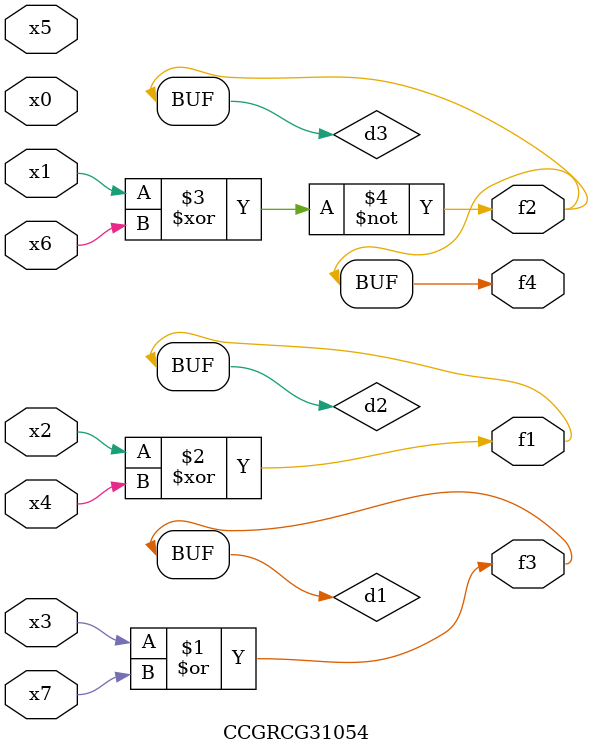
<source format=v>
module CCGRCG31054(
	input x0, x1, x2, x3, x4, x5, x6, x7,
	output f1, f2, f3, f4
);

	wire d1, d2, d3;

	or (d1, x3, x7);
	xor (d2, x2, x4);
	xnor (d3, x1, x6);
	assign f1 = d2;
	assign f2 = d3;
	assign f3 = d1;
	assign f4 = d3;
endmodule

</source>
